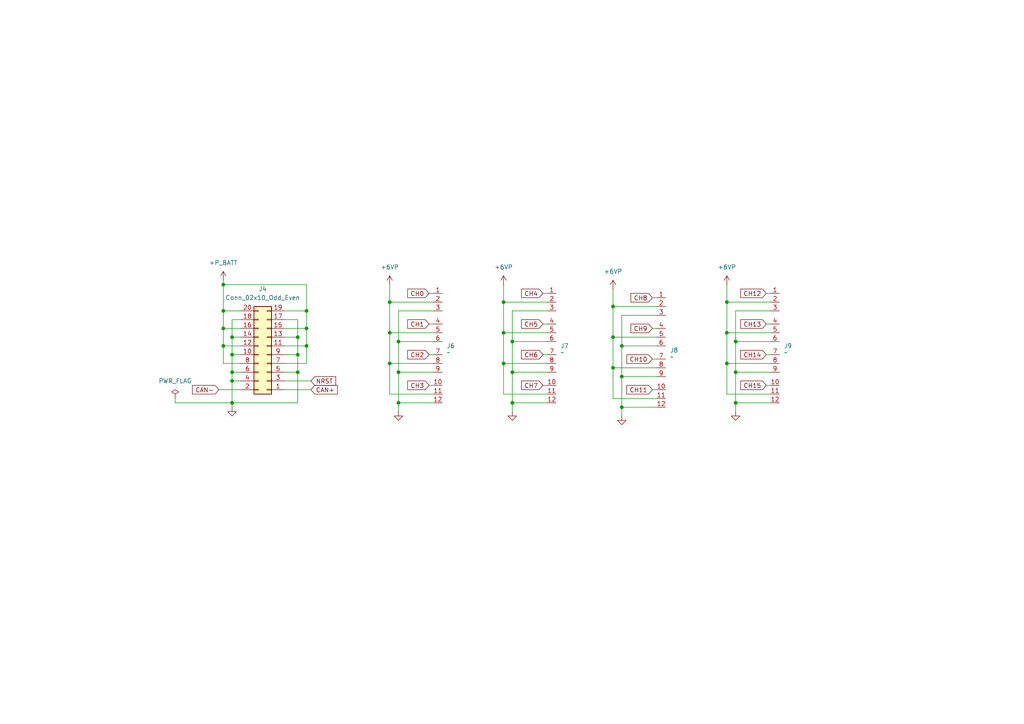
<source format=kicad_sch>
(kicad_sch (version 20250114) (generator "eeschema") (generator_version "9.0")
  (paper "A4")
  (lib_symbols
    (symbol "Connector_Generic:Conn_02x10_Odd_Even" (pin_names (offset 1.016) (hide yes))
      (property "Reference" "J" (at 1.27 12.7 0))
      (property "Value" "Conn_02x10_Odd_Even" (at 1.27 -15.24 0))
      (symbol "Conn_02x10_Odd_Even_1_1"
        (rectangle (start -1.27 11.43) (end 3.81 -13.97) (stroke (width 0.254)) (fill (type background)))
        (rectangle (start -1.27 10.287) (end 0 10.033) (stroke (width 0.1524)))
        (rectangle (start -1.27 7.747) (end 0 7.493) (stroke (width 0.1524)))
        (rectangle (start -1.27 5.207) (end 0 4.953) (stroke (width 0.1524)))
        (rectangle (start -1.27 2.667) (end 0 2.413) (stroke (width 0.1524)))
        (rectangle (start -1.27 0.127) (end 0 -0.127) (stroke (width 0.1524)))
        (rectangle (start -1.27 -2.413) (end 0 -2.667) (stroke (width 0.1524)))
        (rectangle (start -1.27 -4.953) (end 0 -5.207) (stroke (width 0.1524)))
        (rectangle (start -1.27 -7.493) (end 0 -7.747) (stroke (width 0.1524)))
        (rectangle (start -1.27 -10.033) (end 0 -10.287) (stroke (width 0.1524)))
        (rectangle (start -1.27 -12.573) (end 0 -12.827) (stroke (width 0.1524)))
        (rectangle (start 3.81 10.287) (end 2.54 10.033) (stroke (width 0.1524)))
        (rectangle (start 3.81 7.747) (end 2.54 7.493) (stroke (width 0.1524)))
        (rectangle (start 3.81 5.207) (end 2.54 4.953) (stroke (width 0.1524)))
        (rectangle (start 3.81 2.667) (end 2.54 2.413) (stroke (width 0.1524)))
        (rectangle (start 3.81 0.127) (end 2.54 -0.127) (stroke (width 0.1524)))
        (rectangle (start 3.81 -2.413) (end 2.54 -2.667) (stroke (width 0.1524)))
        (rectangle (start 3.81 -4.953) (end 2.54 -5.207) (stroke (width 0.1524)))
        (rectangle (start 3.81 -7.493) (end 2.54 -7.747) (stroke (width 0.1524)))
        (rectangle (start 3.81 -10.033) (end 2.54 -10.287) (stroke (width 0.1524)))
        (rectangle (start 3.81 -12.573) (end 2.54 -12.827) (stroke (width 0.1524)))
        (pin passive line (at -5.08 10.16 0) (length 3.81) (name "Pin_1") (number "1"))
        (pin passive line (at -5.08 7.62 0) (length 3.81) (name "Pin_3") (number "3"))
        (pin passive line (at -5.08 5.08 0) (length 3.81) (name "Pin_5") (number "5"))
        (pin passive line (at -5.08 2.54 0) (length 3.81) (name "Pin_7") (number "7"))
        (pin passive line (at -5.08 0 0) (length 3.81) (name "Pin_9") (number "9"))
        (pin passive line (at -5.08 -2.54 0) (length 3.81) (name "Pin_11") (number "11"))
        (pin passive line (at -5.08 -5.08 0) (length 3.81) (name "Pin_13") (number "13"))
        (pin passive line (at -5.08 -7.62 0) (length 3.81) (name "Pin_15") (number "15"))
        (pin passive line (at -5.08 -10.16 0) (length 3.81) (name "Pin_17") (number "17"))
        (pin passive line (at -5.08 -12.7 0) (length 3.81) (name "Pin_19") (number "19"))
        (pin passive line (at 7.62 10.16 180) (length 3.81) (name "Pin_2") (number "2"))
        (pin passive line (at 7.62 7.62 180) (length 3.81) (name "Pin_4") (number "4"))
        (pin passive line (at 7.62 5.08 180) (length 3.81) (name "Pin_6") (number "6"))
        (pin passive line (at 7.62 2.54 180) (length 3.81) (name "Pin_8") (number "8"))
        (pin passive line (at 7.62 0 180) (length 3.81) (name "Pin_10") (number "10"))
        (pin passive line (at 7.62 -2.54 180) (length 3.81) (name "Pin_12") (number "12"))
        (pin passive line (at 7.62 -5.08 180) (length 3.81) (name "Pin_14") (number "14"))
        (pin passive line (at 7.62 -7.62 180) (length 3.81) (name "Pin_16") (number "16"))
        (pin passive line (at 7.62 -10.16 180) (length 3.81) (name "Pin_18") (number "18"))
        (pin passive line (at 7.62 -12.7 180) (length 3.81) (name "Pin_20") (number "20"))
      )
    )
    (symbol "Servo_Board:Conn_03x4"
      (property "Reference" "J" (at 0 0 0))
      (symbol "Conn_03x4_1_1"
        (pin bidirectional line (at 0 -2.54 0) (length 2.54) (name "") (number "1"))
        (pin bidirectional line (at 0 -5.08 0) (length 2.54) (name "") (number "2"))
        (pin bidirectional line (at 0 -7.62 0) (length 2.54) (name "") (number "3"))
        (pin bidirectional line (at 0 -11.43 0) (length 2.54) (name "") (number "4"))
        (pin bidirectional line (at 0 -13.97 0) (length 2.54) (name "") (number "5"))
        (pin bidirectional line (at 0 -16.51 0) (length 2.54) (name "") (number "6"))
        (pin bidirectional line (at 0 -20.32 0) (length 2.54) (name "") (number "7"))
        (pin bidirectional line (at 0 -22.86 0) (length 2.54) (name "") (number "8"))
        (pin bidirectional line (at 0 -25.4 0) (length 2.54) (name "") (number "9"))
        (pin bidirectional line (at 0 -29.21 0) (length 2.54) (name "") (number "10"))
        (pin bidirectional line (at 0 -31.75 0) (length 2.54) (name "") (number "11"))
        (pin bidirectional line (at 0 -34.29 0) (length 2.54) (name "") (number "12"))
      )
    )
    (symbol "power:+6V" (power) (pin_numbers (hide yes)) (pin_names (offset 0) (hide yes))
      (property "Value" "+6V" (at 0 3.556 0))
      (symbol "+6V_0_1"
        (polyline (pts (xy -0.762 1.27) (xy 0 2.54)))
        (polyline (pts (xy 0 2.54) (xy 0.762 1.27)))
        (polyline (pts (xy 0 0) (xy 0 2.54)))
      )
      (symbol "+6V_1_1"
        (pin power_in line (at 0 0 90) (length 0) (name "~") (number "1"))
      )
    )
    (symbol "power:+BATT" (power) (pin_numbers (hide yes)) (pin_names (offset 0) (hide yes))
      (property "Value" "+BATT" (at 0 3.556 0))
      (symbol "+BATT_0_1"
        (polyline (pts (xy -0.762 1.27) (xy 0 2.54)))
        (polyline (pts (xy 0 2.54) (xy 0.762 1.27)))
        (polyline (pts (xy 0 0) (xy 0 2.54)))
      )
      (symbol "+BATT_1_1"
        (pin power_in line (at 0 0 90) (length 0) (name "~") (number "1"))
      )
    )
    (symbol "power:GND" (power) (pin_numbers (hide yes)) (pin_names (offset 0) (hide yes))
      (property "Value" "GND" (at 0 -3.81 0))
      (symbol "GND_0_1"
        (polyline (pts (xy 0 0) (xy 0 -1.27) (xy 1.27 -1.27) (xy 0 -2.54) (xy -1.27 -1.27) (xy 0 -1.27)))
      )
      (symbol "GND_1_1"
        (pin power_in line (at 0 0 270) (length 0) (name "~") (number "1"))
      )
    )
    (symbol "power:PWR_FLAG" (power) (pin_numbers (hide yes)) (pin_names (offset 0) (hide yes))
      (property "Value" "PWR_FLAG" (at 0 3.81 0))
      (symbol "PWR_FLAG_0_0"
        (pin power_out line (at 0 0 90) (length 0) (name "~") (number "1"))
      )
      (symbol "PWR_FLAG_0_1"
        (polyline (pts (xy 0 0) (xy 0 1.27) (xy -1.016 1.905) (xy 0 2.54) (xy 1.016 1.905) (xy 0 1.27)))
      )
    )
  )
  (junction (at 180.34 109.22))
  (junction (at 115.57 107.95))
  (junction (at 115.57 116.84))
  (junction (at 64.77 82.55))
  (junction (at 67.31 116.84))
  (junction (at 86.36 107.95))
  (junction (at 113.03 87.63))
  (junction (at 64.77 90.17))
  (junction (at 148.59 107.95))
  (junction (at 64.77 100.33))
  (junction (at 177.8 97.79))
  (junction (at 113.03 96.52))
  (junction (at 177.8 106.68))
  (junction (at 67.31 107.95))
  (junction (at 180.34 100.33))
  (junction (at 148.59 99.06))
  (junction (at 86.36 102.87))
  (junction (at 146.05 87.63))
  (junction (at 210.82 96.52))
  (junction (at 67.31 97.79))
  (junction (at 148.59 116.84))
  (junction (at 210.82 105.41))
  (junction (at 213.36 107.95))
  (junction (at 115.57 99.06))
  (junction (at 177.8 88.9))
  (junction (at 146.05 96.52))
  (junction (at 88.9 100.33))
  (junction (at 146.05 105.41))
  (junction (at 88.9 90.17))
  (junction (at 210.82 87.63))
  (junction (at 86.36 97.79))
  (junction (at 213.36 99.06))
  (junction (at 67.31 102.87))
  (junction (at 213.36 116.84))
  (junction (at 67.31 110.49))
  (junction (at 180.34 118.11))
  (junction (at 113.03 105.41))
  (junction (at 64.77 95.25))
  (junction (at 88.9 95.25))
  (wire (pts (xy 113.03 105.41) (xy 125.73 105.41)))
  (wire (pts (xy 222.25 93.98) (xy 223.52 93.98)))
  (wire (pts (xy 124.46 93.98) (xy 125.73 93.98)))
  (wire (pts (xy 148.59 107.95) (xy 148.59 116.84)))
  (wire (pts (xy 189.23 113.03) (xy 190.5 113.03)))
  (wire (pts (xy 223.52 114.3) (xy 210.82 114.3)))
  (wire (pts (xy 210.82 96.52) (xy 223.52 96.52)))
  (wire (pts (xy 115.57 99.06) (xy 115.57 107.95)))
  (wire (pts (xy 115.57 90.17) (xy 115.57 99.06)))
  (wire (pts (xy 210.82 105.41) (xy 210.82 96.52)))
  (wire (pts (xy 210.82 105.41) (xy 223.52 105.41)))
  (wire (pts (xy 125.73 90.17) (xy 115.57 90.17)))
  (wire (pts (xy 190.5 91.44) (xy 180.34 91.44)))
  (wire (pts (xy 190.5 100.33) (xy 180.34 100.33)))
  (wire (pts (xy 213.36 116.84) (xy 213.36 119.38)))
  (wire (pts (xy 82.55 97.79) (xy 86.36 97.79)))
  (wire (pts (xy 50.8 116.84) (xy 67.31 116.84)))
  (wire (pts (xy 213.36 99.06) (xy 213.36 107.95)))
  (wire (pts (xy 50.8 115.57) (xy 50.8 116.84)))
  (wire (pts (xy 82.55 95.25) (xy 88.9 95.25)))
  (wire (pts (xy 210.82 114.3) (xy 210.82 105.41)))
  (wire (pts (xy 146.05 96.52) (xy 158.75 96.52)))
  (wire (pts (xy 157.48 111.76) (xy 158.75 111.76)))
  (wire (pts (xy 210.82 82.55) (xy 210.82 87.63)))
  (wire (pts (xy 82.55 110.49) (xy 90.17 110.49)))
  (wire (pts (xy 69.85 92.71) (xy 67.31 92.71)))
  (wire (pts (xy 88.9 105.41) (xy 88.9 100.33)))
  (wire (pts (xy 177.8 97.79) (xy 177.8 88.9)))
  (wire (pts (xy 125.73 114.3) (xy 113.03 114.3)))
  (wire (pts (xy 86.36 97.79) (xy 86.36 102.87)))
  (wire (pts (xy 82.55 107.95) (xy 86.36 107.95)))
  (wire (pts (xy 67.31 116.84) (xy 67.31 118.11)))
  (wire (pts (xy 180.34 109.22) (xy 180.34 118.11)))
  (wire (pts (xy 158.75 90.17) (xy 148.59 90.17)))
  (wire (pts (xy 124.46 85.09) (xy 125.73 85.09)))
  (wire (pts (xy 64.77 90.17) (xy 69.85 90.17)))
  (wire (pts (xy 177.8 115.57) (xy 177.8 106.68)))
  (wire (pts (xy 223.52 90.17) (xy 213.36 90.17)))
  (wire (pts (xy 113.03 96.52) (xy 113.03 87.63)))
  (wire (pts (xy 146.05 114.3) (xy 146.05 105.41)))
  (wire (pts (xy 180.34 118.11) (xy 180.34 120.65)))
  (wire (pts (xy 222.25 102.87) (xy 223.52 102.87)))
  (wire (pts (xy 82.55 100.33) (xy 88.9 100.33)))
  (wire (pts (xy 86.36 92.71) (xy 86.36 97.79)))
  (wire (pts (xy 222.25 111.76) (xy 223.52 111.76)))
  (wire (pts (xy 64.77 82.55) (xy 64.77 90.17)))
  (wire (pts (xy 157.48 102.87) (xy 158.75 102.87)))
  (wire (pts (xy 67.31 97.79) (xy 67.31 102.87)))
  (wire (pts (xy 67.31 110.49) (xy 69.85 110.49)))
  (wire (pts (xy 158.75 114.3) (xy 146.05 114.3)))
  (wire (pts (xy 115.57 107.95) (xy 115.57 116.84)))
  (wire (pts (xy 125.73 99.06) (xy 115.57 99.06)))
  (wire (pts (xy 146.05 105.41) (xy 158.75 105.41)))
  (wire (pts (xy 124.46 111.76) (xy 125.73 111.76)))
  (wire (pts (xy 146.05 82.55) (xy 146.05 87.63)))
  (wire (pts (xy 190.5 109.22) (xy 180.34 109.22)))
  (wire (pts (xy 64.77 90.17) (xy 64.77 95.25)))
  (wire (pts (xy 148.59 116.84) (xy 148.59 119.38)))
  (wire (pts (xy 148.59 99.06) (xy 148.59 107.95)))
  (wire (pts (xy 88.9 90.17) (xy 88.9 82.55)))
  (wire (pts (xy 63.5 113.03) (xy 69.85 113.03)))
  (wire (pts (xy 82.55 90.17) (xy 88.9 90.17)))
  (wire (pts (xy 157.48 93.98) (xy 158.75 93.98)))
  (wire (pts (xy 177.8 106.68) (xy 190.5 106.68)))
  (wire (pts (xy 146.05 87.63) (xy 158.75 87.63)))
  (wire (pts (xy 113.03 114.3) (xy 113.03 105.41)))
  (wire (pts (xy 67.31 110.49) (xy 67.31 116.84)))
  (wire (pts (xy 189.23 86.36) (xy 190.5 86.36)))
  (wire (pts (xy 223.52 99.06) (xy 213.36 99.06)))
  (wire (pts (xy 177.8 88.9) (xy 190.5 88.9)))
  (wire (pts (xy 86.36 102.87) (xy 86.36 107.95)))
  (wire (pts (xy 64.77 100.33) (xy 69.85 100.33)))
  (wire (pts (xy 146.05 96.52) (xy 146.05 87.63)))
  (wire (pts (xy 113.03 87.63) (xy 125.73 87.63)))
  (wire (pts (xy 148.59 90.17) (xy 148.59 99.06)))
  (wire (pts (xy 64.77 81.28) (xy 64.77 82.55)))
  (wire (pts (xy 213.36 90.17) (xy 213.36 99.06)))
  (wire (pts (xy 158.75 116.84) (xy 148.59 116.84)))
  (wire (pts (xy 190.5 118.11) (xy 180.34 118.11)))
  (wire (pts (xy 64.77 95.25) (xy 64.77 100.33)))
  (wire (pts (xy 67.31 116.84) (xy 86.36 116.84)))
  (wire (pts (xy 125.73 107.95) (xy 115.57 107.95)))
  (wire (pts (xy 113.03 96.52) (xy 125.73 96.52)))
  (wire (pts (xy 158.75 99.06) (xy 148.59 99.06)))
  (wire (pts (xy 82.55 92.71) (xy 86.36 92.71)))
  (wire (pts (xy 82.55 113.03) (xy 90.17 113.03)))
  (wire (pts (xy 177.8 97.79) (xy 190.5 97.79)))
  (wire (pts (xy 82.55 105.41) (xy 88.9 105.41)))
  (wire (pts (xy 210.82 96.52) (xy 210.82 87.63)))
  (wire (pts (xy 64.77 95.25) (xy 69.85 95.25)))
  (wire (pts (xy 115.57 116.84) (xy 115.57 119.38)))
  (wire (pts (xy 67.31 97.79) (xy 69.85 97.79)))
  (wire (pts (xy 124.46 102.87) (xy 125.73 102.87)))
  (wire (pts (xy 189.23 104.14) (xy 190.5 104.14)))
  (wire (pts (xy 113.03 82.55) (xy 113.03 87.63)))
  (wire (pts (xy 64.77 105.41) (xy 69.85 105.41)))
  (wire (pts (xy 158.75 107.95) (xy 148.59 107.95)))
  (wire (pts (xy 67.31 107.95) (xy 67.31 110.49)))
  (wire (pts (xy 146.05 105.41) (xy 146.05 96.52)))
  (wire (pts (xy 210.82 87.63) (xy 223.52 87.63)))
  (wire (pts (xy 222.25 85.09) (xy 223.52 85.09)))
  (wire (pts (xy 223.52 107.95) (xy 213.36 107.95)))
  (wire (pts (xy 180.34 100.33) (xy 180.34 109.22)))
  (wire (pts (xy 88.9 100.33) (xy 88.9 95.25)))
  (wire (pts (xy 67.31 92.71) (xy 67.31 97.79)))
  (wire (pts (xy 88.9 95.25) (xy 88.9 90.17)))
  (wire (pts (xy 177.8 106.68) (xy 177.8 97.79)))
  (wire (pts (xy 157.48 85.09) (xy 158.75 85.09)))
  (wire (pts (xy 67.31 107.95) (xy 69.85 107.95)))
  (wire (pts (xy 64.77 100.33) (xy 64.77 105.41)))
  (wire (pts (xy 86.36 107.95) (xy 86.36 116.84)))
  (wire (pts (xy 189.23 95.25) (xy 190.5 95.25)))
  (wire (pts (xy 82.55 102.87) (xy 86.36 102.87)))
  (wire (pts (xy 223.52 116.84) (xy 213.36 116.84)))
  (wire (pts (xy 177.8 83.82) (xy 177.8 88.9)))
  (wire (pts (xy 190.5 115.57) (xy 177.8 115.57)))
  (wire (pts (xy 88.9 82.55) (xy 64.77 82.55)))
  (wire (pts (xy 125.73 116.84) (xy 115.57 116.84)))
  (wire (pts (xy 67.31 102.87) (xy 67.31 107.95)))
  (wire (pts (xy 213.36 107.95) (xy 213.36 116.84)))
  (wire (pts (xy 180.34 91.44) (xy 180.34 100.33)))
  (wire (pts (xy 67.31 102.87) (xy 69.85 102.87)))
  (wire (pts (xy 113.03 105.41) (xy 113.03 96.52)))
  (global_label "CH1" (shape input) (at 124.46 93.98 180) (property "Intersheetrefs" "${INTERSHEET_REFS}" (effects (hide yes))))
  (global_label "CH7" (shape input) (at 157.48 111.76 180) (property "Intersheetrefs" "${INTERSHEET_REFS}" (effects (hide yes))))
  (global_label "CH4" (shape input) (at 157.48 85.09 180) (property "Intersheetrefs" "${INTERSHEET_REFS}" (effects (hide yes))))
  (global_label "CH12" (shape input) (at 222.25 85.09 180) (property "Intersheetrefs" "${INTERSHEET_REFS}" (effects (hide yes))))
  (global_label "CAN+" (shape input) (at 90.17 113.03 0) (property "Intersheetrefs" "${INTERSHEET_REFS}" (effects (hide yes))))
  (global_label "CH13" (shape input) (at 222.25 93.98 180) (property "Intersheetrefs" "${INTERSHEET_REFS}" (effects (hide yes))))
  (global_label "CH2" (shape input) (at 124.46 102.87 180) (property "Intersheetrefs" "${INTERSHEET_REFS}" (effects (hide yes))))
  (global_label "CH15" (shape input) (at 222.25 111.76 180) (property "Intersheetrefs" "${INTERSHEET_REFS}" (effects (hide yes))))
  (global_label "CH8" (shape input) (at 189.23 86.36 180) (property "Intersheetrefs" "${INTERSHEET_REFS}" (effects (hide yes))))
  (global_label "CH9" (shape input) (at 189.23 95.25 180) (property "Intersheetrefs" "${INTERSHEET_REFS}" (effects (hide yes))))
  (global_label "CH5" (shape input) (at 157.48 93.98 180) (property "Intersheetrefs" "${INTERSHEET_REFS}" (effects (hide yes))))
  (global_label "CAN-" (shape input) (at 63.5 113.03 180) (property "Intersheetrefs" "${INTERSHEET_REFS}" (effects (hide yes))))
  (global_label "CH3" (shape input) (at 124.46 111.76 180) (property "Intersheetrefs" "${INTERSHEET_REFS}" (effects (hide yes))))
  (global_label "CH6" (shape input) (at 157.48 102.87 180) (property "Intersheetrefs" "${INTERSHEET_REFS}" (effects (hide yes))))
  (global_label "CH0" (shape input) (at 124.46 85.09 180) (property "Intersheetrefs" "${INTERSHEET_REFS}" (effects (hide yes))))
  (global_label "CH11" (shape input) (at 189.23 113.03 180) (property "Intersheetrefs" "${INTERSHEET_REFS}" (effects (hide yes))))
  (global_label "CH14" (shape input) (at 222.25 102.87 180) (property "Intersheetrefs" "${INTERSHEET_REFS}" (effects (hide yes))))
  (global_label "CH10" (shape input) (at 189.23 104.14 180) (property "Intersheetrefs" "${INTERSHEET_REFS}" (effects (hide yes))))
  (global_label "NRST" (shape input) (at 90.17 110.49 0) (property "Intersheetrefs" "${INTERSHEET_REFS}" (effects (hide yes))))
  (symbol (lib_id "Servo_Board:Conn_03x4") (at 223.52 82.55 0) (unit 1)
    (property "Reference" "J9" (at 227.33 100.3299 0) (effects (justify left)))
    (property "Value" "~" (at 227.33 102.235 0) (effects (justify left)))
    (property "Footprint" "Servo_Board:Conn_03x4" (effects (hide yes)))
  )
  (symbol (lib_id "power:GND") (at 148.59 119.38 0) (unit 1)
    (property "Reference" "#PWR059" (effects (hide yes)))
    (property "Value" "GND" (effects (hide yes)))
    (property "Description" "Power symbol creates a global label with name \"GND\" , ground" (effects (hide yes)))
  )
  (symbol (lib_id "Servo_Board:Conn_03x4") (at 190.5 83.82 0) (unit 1)
    (property "Reference" "J8" (at 194.31 101.5999 0) (effects (justify left)))
    (property "Value" "~" (at 194.31 103.505 0) (effects (justify left)))
    (property "Footprint" "Servo_Board:Conn_03x4" (effects (hide yes)))
  )
  (symbol (lib_id "power:+6V") (at 113.03 82.55 0) (unit 1)
    (property "Reference" "#PWR057" (effects (hide yes)))
    (property "Value" "+6VP" (at 113.03 77.47 0))
    (property "Description" "Power symbol creates a global label with name \"+6V\"" (effects (hide yes)))
  )
  (symbol (lib_id "power:GND") (at 180.34 120.65 0) (unit 1)
    (property "Reference" "#PWR061" (effects (hide yes)))
    (property "Value" "GND" (effects (hide yes)))
    (property "Description" "Power symbol creates a global label with name \"GND\" , ground" (effects (hide yes)))
  )
  (symbol (lib_id "power:PWR_FLAG") (at 50.8 115.57 0) (unit 1)
    (property "Reference" "#FLG05" (effects (hide yes)))
    (property "Value" "PWR_FLAG" (at 50.8 110.49 0))
    (property "Description" "Special symbol for telling ERC where power comes from" (effects (hide yes)))
  )
  (symbol (lib_id "power:+BATT") (at 64.77 81.28 0) (unit 1)
    (property "Reference" "#PWR042" (effects (hide yes)))
    (property "Value" "+P_BATT" (at 64.77 76.2 0))
    (property "Description" "Power symbol creates a global label with name \"+BATT\"" (effects (hide yes)))
  )
  (symbol (lib_id "power:+6V") (at 177.8 83.82 0) (unit 1)
    (property "Reference" "#PWR060" (effects (hide yes)))
    (property "Value" "+6VP" (at 177.8 78.74 0))
    (property "Description" "Power symbol creates a global label with name \"+6V\"" (effects (hide yes)))
  )
  (symbol (lib_id "power:+6V") (at 210.82 82.55 0) (unit 1)
    (property "Reference" "#PWR062" (effects (hide yes)))
    (property "Value" "+6VP" (at 210.82 77.47 0))
    (property "Description" "Power symbol creates a global label with name \"+6V\"" (effects (hide yes)))
  )
  (symbol (lib_id "Servo_Board:Conn_03x4") (at 158.75 82.55 0) (unit 1)
    (property "Reference" "J7" (at 162.56 100.3299 0) (effects (justify left)))
    (property "Value" "~" (at 162.56 102.235 0) (effects (justify left)))
    (property "Footprint" "Servo_Board:Conn_03x4" (effects (hide yes)))
  )
  (symbol (lib_id "Servo_Board:Conn_03x4") (at 125.73 82.55 0) (unit 1)
    (property "Reference" "J6" (at 129.54 100.3299 0) (effects (justify left)))
    (property "Value" "~" (at 129.54 102.235 0) (effects (justify left)))
    (property "Footprint" "Servo_Board:Conn_03x4" (effects (hide yes)))
  )
  (symbol (lib_id "power:GND") (at 213.36 119.38 0) (unit 1)
    (property "Reference" "#PWR063" (effects (hide yes)))
    (property "Value" "GND" (effects (hide yes)))
    (property "Description" "Power symbol creates a global label with name \"GND\" , ground" (effects (hide yes)))
  )
  (symbol (lib_id "power:GND") (at 115.57 119.38 0) (unit 1)
    (property "Reference" "#PWR064" (effects (hide yes)))
    (property "Value" "GND" (effects (hide yes)))
    (property "Description" "Power symbol creates a global label with name \"GND\" , ground" (effects (hide yes)))
  )
  (symbol (lib_id "power:GND") (at 67.31 118.11 0) (unit 1)
    (property "Reference" "#PWR051" (effects (hide yes)))
    (property "Value" "GND" (effects (hide yes)))
    (property "Description" "Power symbol creates a global label with name \"GND\" , ground" (effects (hide yes)))
  )
  (symbol (lib_id "Connector_Generic:Conn_02x10_Odd_Even") (at 77.47 102.87 180) (unit 1)
    (property "Reference" "J4" (at 76.2 83.82 0))
    (property "Value" "Conn_02x10_Odd_Even" (at 76.2 86.36 0))
    (property "Footprint" "Connector_PinSocket_2.54mm:PinSocket_2x10_P2.54mm_Horizontal" (effects (hide yes)))
    (property "Description" "Generic connector, double row, 02x10, odd/even pin numbering scheme (row 1 odd numbers, row 2 even numbers), script generated (kicad-library-utils/schlib/autogen/connector/)" (effects (hide yes)))
  )
  (symbol (lib_id "power:+6V") (at 146.05 82.55 0) (unit 1)
    (property "Reference" "#PWR058" (effects (hide yes)))
    (property "Value" "+6VP" (at 146.05 77.47 0))
    (property "Description" "Power symbol creates a global label with name \"+6V\"" (effects (hide yes)))
  )
)
</source>
